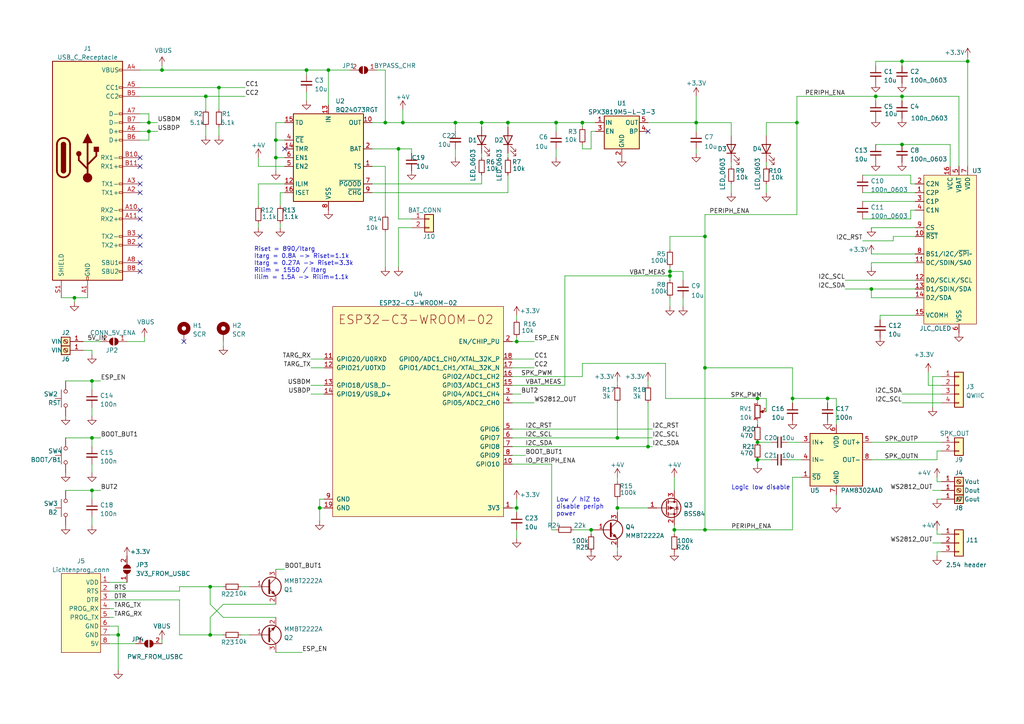
<source format=kicad_sch>
(kicad_sch (version 20231120) (generator "eeschema") (generator_version "8.0")
  (paper "A4")
  (junction (at 194.31 80.01))
  (junction (at 111.76 35.56))
  (junction (at 254 27.94))
  (junction (at 171.45 153.67))
  (junction (at 149.86 99.06))
  (junction (at 194.31 78.74))
  (junction (at 219.71 133.35))
  (junction (at 60.96 170.18))
  (junction (at 201.93 35.56))
  (junction (at 219.71 128.27))
  (junction (at 231.14 35.56))
  (junction (at 43.18 38.1))
  (junction (at 240.03 115.57))
  (junction (at 95.25 20.32))
  (junction (at 179.07 127))
  (junction (at 261.62 41.91))
  (junction (at 161.29 35.56))
  (junction (at 26.67 127))
  (junction (at 115.57 43.18))
  (junction (at 168.91 35.56))
  (junction (at 21.59 86.36))
  (junction (at 252.73 83.82))
  (junction (at 261.62 27.94))
  (junction (at 43.18 35.56))
  (junction (at 204.47 68.58))
  (junction (at 80.01 45.72))
  (junction (at 219.71 115.57))
  (junction (at 139.7 35.56))
  (junction (at 195.58 153.67))
  (junction (at 132.08 35.56))
  (junction (at 204.47 153.67))
  (junction (at 63.5 25.4))
  (junction (at 280.67 17.78))
  (junction (at 116.84 35.56))
  (junction (at 187.96 129.54))
  (junction (at 26.67 110.49))
  (junction (at 59.69 27.94))
  (junction (at 204.47 106.68))
  (junction (at 261.62 17.78))
  (junction (at 46.99 20.32))
  (junction (at 149.86 147.32))
  (junction (at 92.71 147.32))
  (junction (at 26.67 142.24))
  (junction (at 34.29 184.15))
  (junction (at 88.9 20.32))
  (junction (at 80.01 40.64))
  (junction (at 60.96 184.15))
  (junction (at 179.07 147.32))
  (junction (at 229.87 115.57))
  (junction (at 147.32 35.56))
  (no_connect (at 40.64 48.26))
  (no_connect (at 187.96 38.1))
  (no_connect (at 40.64 53.34))
  (no_connect (at 40.64 63.5))
  (no_connect (at 40.64 60.96))
  (no_connect (at 40.64 68.58))
  (no_connect (at 40.64 45.72))
  (no_connect (at 40.64 55.88))
  (no_connect (at 40.64 71.12))
  (no_connect (at 40.64 76.2))
  (no_connect (at 82.55 43.18))
  (no_connect (at 53.34 99.06))
  (no_connect (at 40.64 78.74))
  (wire (pts (xy 187.96 129.54) (xy 189.23 129.54)))
  (wire (pts (xy 265.43 53.34) (xy 264.16 53.34)))
  (wire (pts (xy 149.86 99.06) (xy 154.94 99.06)))
  (wire (pts (xy 148.59 129.54) (xy 187.96 129.54)))
  (wire (pts (xy 264.16 60.96) (xy 264.16 63.5)))
  (wire (pts (xy 219.71 121.92) (xy 219.71 123.19)))
  (wire (pts (xy 219.71 134.62) (xy 219.71 133.35)))
  (wire (pts (xy 92.71 147.32) (xy 92.71 144.78)))
  (wire (pts (xy 31.75 186.69) (xy 39.37 186.69)))
  (wire (pts (xy 252.73 76.2) (xy 252.73 77.47)))
  (wire (pts (xy 161.29 38.1) (xy 161.29 35.56)))
  (wire (pts (xy 168.91 109.22) (xy 168.91 105.41)))
  (wire (pts (xy 64.77 100.33) (xy 64.77 99.06)))
  (wire (pts (xy 148.59 111.76) (xy 163.83 111.76)))
  (wire (pts (xy 119.38 44.45) (xy 119.38 43.18)))
  (wire (pts (xy 69.85 184.15) (xy 72.39 184.15)))
  (wire (pts (xy 280.67 17.78) (xy 280.67 48.26)))
  (wire (pts (xy 109.22 20.32) (xy 111.76 20.32)))
  (wire (pts (xy 242.57 143.51) (xy 242.57 146.05)))
  (wire (pts (xy 148.59 114.3) (xy 151.13 114.3)))
  (wire (pts (xy 116.84 35.56) (xy 132.08 35.56)))
  (wire (pts (xy 111.76 67.31) (xy 111.76 77.47)))
  (wire (pts (xy 60.96 170.18) (xy 52.07 170.18)))
  (wire (pts (xy 219.71 133.35) (xy 223.52 133.35)))
  (wire (pts (xy 179.07 127) (xy 189.23 127)))
  (wire (pts (xy 132.08 45.72) (xy 132.08 43.18)))
  (wire (pts (xy 147.32 35.56) (xy 161.29 35.56)))
  (wire (pts (xy 26.67 149.86) (xy 26.67 152.4)))
  (wire (pts (xy 148.59 127) (xy 179.07 127)))
  (wire (pts (xy 194.31 86.36) (xy 194.31 88.9)))
  (wire (pts (xy 194.31 78.74) (xy 194.31 80.01)))
  (wire (pts (xy 160.02 134.62) (xy 160.02 153.67)))
  (wire (pts (xy 261.62 17.78) (xy 280.67 17.78)))
  (wire (pts (xy 33.02 176.53) (xy 31.75 176.53)))
  (wire (pts (xy 229.87 138.43) (xy 232.41 138.43)))
  (wire (pts (xy 82.55 40.64) (xy 80.01 40.64)))
  (wire (pts (xy 90.17 111.76) (xy 93.98 111.76)))
  (wire (pts (xy 242.57 115.57) (xy 240.03 115.57)))
  (wire (pts (xy 261.62 27.94) (xy 261.62 29.21)))
  (wire (pts (xy 52.07 170.18) (xy 52.07 171.45)))
  (wire (pts (xy 69.85 170.18) (xy 72.39 170.18)))
  (wire (pts (xy 179.07 147.32) (xy 179.07 148.59)))
  (wire (pts (xy 204.47 62.23) (xy 231.14 62.23)))
  (wire (pts (xy 219.71 115.57) (xy 222.25 115.57)))
  (wire (pts (xy 139.7 50.8) (xy 139.7 53.34)))
  (wire (pts (xy 19.05 110.49) (xy 26.67 110.49)))
  (wire (pts (xy 63.5 25.4) (xy 63.5 31.75)))
  (wire (pts (xy 88.9 21.59) (xy 88.9 20.32)))
  (wire (pts (xy 154.94 116.84) (xy 148.59 116.84)))
  (wire (pts (xy 201.93 35.56) (xy 201.93 27.94)))
  (wire (pts (xy 148.59 99.06) (xy 149.86 99.06)))
  (wire (pts (xy 46.99 19.05) (xy 46.99 20.32)))
  (wire (pts (xy 179.07 158.75) (xy 179.07 160.02)))
  (wire (pts (xy 111.76 35.56) (xy 116.84 35.56)))
  (wire (pts (xy 179.07 138.43) (xy 179.07 139.7)))
  (wire (pts (xy 166.37 153.67) (xy 171.45 153.67)))
  (wire (pts (xy 24.13 99.06) (xy 29.21 99.06)))
  (wire (pts (xy 26.67 127) (xy 29.21 127)))
  (wire (pts (xy 195.58 142.24) (xy 195.58 138.43)))
  (wire (pts (xy 40.64 38.1) (xy 43.18 38.1)))
  (wire (pts (xy 132.08 35.56) (xy 139.7 35.56)))
  (wire (pts (xy 270.51 157.48) (xy 273.05 157.48)))
  (wire (pts (xy 80.01 35.56) (xy 80.01 40.64)))
  (wire (pts (xy 193.04 115.57) (xy 219.71 115.57)))
  (wire (pts (xy 17.78 86.36) (xy 21.59 86.36)))
  (wire (pts (xy 261.62 114.3) (xy 273.05 114.3)))
  (wire (pts (xy 82.55 48.26) (xy 74.93 48.26)))
  (wire (pts (xy 275.59 48.26) (xy 275.59 41.91)))
  (wire (pts (xy 195.58 152.4) (xy 195.58 153.67)))
  (wire (pts (xy 252.73 66.04) (xy 265.43 66.04)))
  (wire (pts (xy 148.59 104.14) (xy 154.94 104.14)))
  (wire (pts (xy 240.03 115.57) (xy 229.87 115.57)))
  (wire (pts (xy 88.9 20.32) (xy 95.25 20.32)))
  (wire (pts (xy 259.08 69.85) (xy 259.08 68.58)))
  (wire (pts (xy 59.69 36.83) (xy 59.69 39.37)))
  (wire (pts (xy 229.87 106.68) (xy 204.47 106.68)))
  (wire (pts (xy 265.43 60.96) (xy 264.16 60.96)))
  (wire (pts (xy 82.55 55.88) (xy 81.28 55.88)))
  (wire (pts (xy 204.47 68.58) (xy 204.47 106.68)))
  (wire (pts (xy 92.71 144.78) (xy 93.98 144.78)))
  (wire (pts (xy 179.07 147.32) (xy 187.96 147.32)))
  (wire (pts (xy 26.67 101.6) (xy 26.67 102.87)))
  (wire (pts (xy 64.77 175.26) (xy 80.01 175.26)))
  (wire (pts (xy 198.12 81.28) (xy 198.12 78.74)))
  (wire (pts (xy 212.09 39.37) (xy 212.09 35.56)))
  (wire (pts (xy 119.38 66.04) (xy 115.57 66.04)))
  (wire (pts (xy 212.09 48.26) (xy 212.09 46.99)))
  (wire (pts (xy 273.05 111.76) (xy 269.24 111.76)))
  (wire (pts (xy 228.6 128.27) (xy 232.41 128.27)))
  (wire (pts (xy 26.67 110.49) (xy 29.21 110.49)))
  (wire (pts (xy 212.09 55.88) (xy 212.09 53.34)))
  (wire (pts (xy 254 27.94) (xy 261.62 27.94)))
  (wire (pts (xy 95.25 20.32) (xy 101.6 20.32)))
  (wire (pts (xy 168.91 35.56) (xy 168.91 36.83)))
  (wire (pts (xy 264.16 63.5) (xy 250.19 63.5)))
  (wire (pts (xy 107.95 48.26) (xy 111.76 48.26)))
  (wire (pts (xy 33.02 179.07) (xy 31.75 179.07)))
  (wire (pts (xy 31.75 171.45) (xy 52.07 171.45)))
  (wire (pts (xy 52.07 173.99) (xy 52.07 184.15)))
  (wire (pts (xy 229.87 115.57) (xy 229.87 116.84)))
  (wire (pts (xy 261.62 17.78) (xy 254 17.78)))
  (wire (pts (xy 201.93 35.56) (xy 201.93 38.1)))
  (wire (pts (xy 179.07 110.49) (xy 179.07 111.76)))
  (wire (pts (xy 163.83 80.01) (xy 163.83 111.76)))
  (wire (pts (xy 43.18 33.02) (xy 43.18 35.56)))
  (wire (pts (xy 92.71 151.13) (xy 92.71 147.32)))
  (wire (pts (xy 88.9 29.21) (xy 88.9 26.67)))
  (wire (pts (xy 24.13 101.6) (xy 26.67 101.6)))
  (wire (pts (xy 254 27.94) (xy 254 29.21)))
  (wire (pts (xy 148.59 109.22) (xy 168.91 109.22)))
  (wire (pts (xy 26.67 127) (xy 26.67 129.54)))
  (wire (pts (xy 88.9 20.32) (xy 46.99 20.32)))
  (wire (pts (xy 64.77 184.15) (xy 60.96 184.15)))
  (wire (pts (xy 250.19 69.85) (xy 259.08 69.85)))
  (wire (pts (xy 59.69 27.94) (xy 71.12 27.94)))
  (wire (pts (xy 95.25 20.32) (xy 95.25 30.48)))
  (wire (pts (xy 111.76 20.32) (xy 111.76 35.56)))
  (wire (pts (xy 271.78 133.35) (xy 271.78 130.81)))
  (wire (pts (xy 194.31 77.47) (xy 194.31 78.74)))
  (wire (pts (xy 40.64 33.02) (xy 43.18 33.02)))
  (wire (pts (xy 116.84 31.75) (xy 116.84 35.56)))
  (wire (pts (xy 80.01 45.72) (xy 80.01 49.53)))
  (wire (pts (xy 171.45 43.18) (xy 168.91 43.18)))
  (wire (pts (xy 59.69 27.94) (xy 59.69 31.75)))
  (wire (pts (xy 90.17 104.14) (xy 93.98 104.14)))
  (wire (pts (xy 36.83 99.06) (xy 41.91 99.06)))
  (wire (pts (xy 148.59 124.46) (xy 189.23 124.46)))
  (wire (pts (xy 81.28 55.88) (xy 81.28 59.69)))
  (wire (pts (xy 74.93 53.34) (xy 74.93 59.69)))
  (wire (pts (xy 21.59 86.36) (xy 25.4 86.36)))
  (wire (pts (xy 80.01 40.64) (xy 80.01 45.72)))
  (wire (pts (xy 194.31 80.01) (xy 194.31 81.28)))
  (wire (pts (xy 149.86 144.78) (xy 149.86 147.32)))
  (wire (pts (xy 265.43 86.36) (xy 252.73 86.36)))
  (wire (pts (xy 278.13 27.94) (xy 278.13 48.26)))
  (wire (pts (xy 148.59 132.08) (xy 152.4 132.08)))
  (wire (pts (xy 107.95 43.18) (xy 115.57 43.18)))
  (wire (pts (xy 90.17 106.68) (xy 93.98 106.68)))
  (wire (pts (xy 168.91 35.56) (xy 172.72 35.56)))
  (wire (pts (xy 273.05 139.7) (xy 271.78 139.7)))
  (wire (pts (xy 26.67 142.24) (xy 26.67 144.78)))
  (wire (pts (xy 40.64 27.94) (xy 59.69 27.94)))
  (wire (pts (xy 187.96 35.56) (xy 201.93 35.56)))
  (wire (pts (xy 269.24 111.76) (xy 269.24 107.95)))
  (wire (pts (xy 60.96 179.07) (xy 64.77 175.26)))
  (wire (pts (xy 34.29 184.15) (xy 34.29 194.31)))
  (wire (pts (xy 160.02 153.67) (xy 161.29 153.67)))
  (wire (pts (xy 254 17.78) (xy 254 19.05)))
  (wire (pts (xy 195.58 153.67) (xy 204.47 153.67)))
  (wire (pts (xy 46.99 186.69) (xy 46.99 185.42)))
  (wire (pts (xy 273.05 154.94) (xy 271.78 154.94)))
  (wire (pts (xy 80.01 165.1) (xy 82.55 165.1)))
  (wire (pts (xy 252.73 73.66) (xy 265.43 73.66)))
  (wire (pts (xy 26.67 134.62) (xy 26.67 137.16)))
  (wire (pts (xy 250.19 55.88) (xy 265.43 55.88)))
  (wire (pts (xy 43.18 38.1) (xy 45.72 38.1)))
  (wire (pts (xy 31.75 168.91) (xy 36.83 168.91)))
  (wire (pts (xy 60.96 175.26) (xy 60.96 170.18)))
  (wire (pts (xy 222.25 48.26) (xy 222.25 46.99)))
  (wire (pts (xy 261.62 27.94) (xy 278.13 27.94)))
  (wire (pts (xy 261.62 17.78) (xy 261.62 19.05)))
  (wire (pts (xy 204.47 62.23) (xy 204.47 68.58)))
  (wire (pts (xy 271.78 153.67) (xy 271.78 154.94)))
  (wire (pts (xy 74.93 48.26) (xy 74.93 45.72)))
  (wire (pts (xy 222.25 35.56) (xy 231.14 35.56)))
  (wire (pts (xy 201.93 35.56) (xy 212.09 35.56)))
  (wire (pts (xy 149.86 97.79) (xy 149.86 99.06)))
  (wire (pts (xy 171.45 38.1) (xy 171.45 43.18)))
  (wire (pts (xy 74.93 64.77) (xy 74.93 66.04)))
  (wire (pts (xy 222.25 35.56) (xy 222.25 39.37)))
  (wire (pts (xy 21.59 86.36) (xy 21.59 87.63)))
  (wire (pts (xy 261.62 41.91) (xy 254 41.91)))
  (wire (pts (xy 60.96 179.07) (xy 60.96 184.15)))
  (wire (pts (xy 264.16 50.8) (xy 250.19 50.8)))
  (wire (pts (xy 161.29 35.56) (xy 168.91 35.56)))
  (wire (pts (xy 132.08 38.1) (xy 132.08 35.56)))
  (wire (pts (xy 40.64 40.64) (xy 43.18 40.64)))
  (wire (pts (xy 231.14 27.94) (xy 254 27.94)))
  (wire (pts (xy 231.14 35.56) (xy 231.14 62.23)))
  (wire (pts (xy 43.18 35.56) (xy 45.72 35.56)))
  (wire (pts (xy 242.57 115.57) (xy 242.57 123.19)))
  (wire (pts (xy 148.59 147.32) (xy 149.86 147.32)))
  (wire (pts (xy 149.86 147.32) (xy 149.86 148.59)))
  (wire (pts (xy 64.77 179.07) (xy 60.96 175.26)))
  (wire (pts (xy 107.95 55.88) (xy 147.32 55.88)))
  (wire (pts (xy 168.91 41.91) (xy 168.91 43.18)))
  (wire (pts (xy 34.29 181.61) (xy 34.29 184.15)))
  (wire (pts (xy 273.05 144.78) (xy 271.78 144.78)))
  (wire (pts (xy 26.67 110.49) (xy 26.67 113.03)))
  (wire (pts (xy 148.59 134.62) (xy 160.02 134.62)))
  (wire (pts (xy 26.67 118.11) (xy 26.67 120.65)))
  (wire (pts (xy 163.83 80.01) (xy 194.31 80.01)))
  (wire (pts (xy 252.73 128.27) (xy 273.05 128.27)))
  (wire (pts (xy 198.12 88.9) (xy 198.12 86.36)))
  (wire (pts (xy 43.18 40.64) (xy 43.18 38.1)))
  (wire (pts (xy 82.55 35.56) (xy 80.01 35.56)))
  (wire (pts (xy 201.93 43.18) (xy 201.93 44.45)))
  (wire (pts (xy 80.01 189.23) (xy 87.63 189.23)))
  (wire (pts (xy 31.75 173.99) (xy 52.07 173.99)))
  (wire (pts (xy 90.17 114.3) (xy 93.98 114.3)))
  (wire (pts (xy 271.78 138.43) (xy 271.78 139.7)))
  (wire (pts (xy 261.62 41.91) (xy 275.59 41.91)))
  (wire (pts (xy 40.64 35.56) (xy 43.18 35.56)))
  (wire (pts (xy 168.91 105.41) (xy 193.04 105.41)))
  (wire (pts (xy 228.6 133.35) (xy 232.41 133.35)))
  (wire (pts (xy 82.55 45.72) (xy 80.01 45.72)))
  (wire (pts (xy 149.86 153.67) (xy 149.86 156.21)))
  (wire (pts (xy 187.96 116.84) (xy 187.96 129.54)))
  (wire (pts (xy 273.05 160.02) (xy 271.78 160.02)))
  (wire (pts (xy 115.57 43.18) (xy 115.57 63.5)))
  (wire (pts (xy 280.67 16.51) (xy 280.67 17.78)))
  (wire (pts (xy 40.64 20.32) (xy 46.99 20.32)))
  (wire (pts (xy 179.07 144.78) (xy 179.07 147.32)))
  (wire (pts (xy 92.71 147.32) (xy 93.98 147.32)))
  (wire (pts (xy 250.19 58.42) (xy 265.43 58.42)))
  (wire (pts (xy 179.07 116.84) (xy 179.07 127)))
  (wire (pts (xy 270.51 118.11) (xy 270.51 109.22)))
  (wire (pts (xy 245.11 81.28) (xy 265.43 81.28)))
  (wire (pts (xy 252.73 83.82) (xy 252.73 86.36)))
  (wire (pts (xy 204.47 153.67) (xy 229.87 153.67)))
  (wire (pts (xy 119.38 43.18) (xy 115.57 43.18)))
  (wire (pts (xy 147.32 50.8) (xy 147.32 55.88)))
  (wire (pts (xy 149.86 91.44) (xy 149.86 92.71)))
  (wire (pts (xy 31.75 181.61) (xy 34.29 181.61)))
  (wire (pts (xy 172.72 38.1) (xy 171.45 38.1)))
  (wire (pts (xy 52.07 184.15) (xy 60.96 184.15)))
  (wire (pts (xy 252.73 133.35) (xy 271.78 133.35)))
  (wire (pts (xy 82.55 53.34) (xy 74.93 53.34)))
  (wire (pts (xy 107.95 53.34) (xy 139.7 53.34)))
  (wire (pts (xy 195.58 153.67) (xy 195.58 154.94)))
  (wire (pts (xy 261.62 116.84) (xy 273.05 116.84)))
  (wire (pts (xy 80.01 179.07) (xy 64.77 179.07)))
  (wire (pts (xy 204.47 68.58) (xy 194.31 68.58)))
  (wire (pts (xy 19.05 142.24) (xy 26.67 142.24)))
  (wire (pts (xy 148.59 106.68) (xy 154.94 106.68)))
  (wire (pts (xy 111.76 48.26) (xy 111.76 62.23)))
  (wire (pts (xy 60.96 170.18) (xy 64.77 170.18)))
  (wire (pts (xy 26.67 142.24) (xy 29.21 142.24)))
  (wire (pts (xy 219.71 128.27) (xy 223.52 128.27)))
  (wire (pts (xy 147.32 35.56) (xy 139.7 35.56)))
  (wire (pts (xy 63.5 25.4) (xy 71.12 25.4)))
  (wire (pts (xy 139.7 45.72) (xy 139.7 44.45)))
  (wire (pts (xy 115.57 66.04) (xy 115.57 77.47)))
  (wire (pts (xy 245.11 83.82) (xy 252.73 83.82)))
  (wire (pts (xy 107.95 35.56) (xy 111.76 35.56)))
  (wire (pts (xy 63.5 36.83) (xy 63.5 39.37)))
  (wire (pts (xy 240.03 115.57) (xy 240.03 116.84)))
  (wire (pts (xy 229.87 138.43) (xy 229.87 153.67)))
  (wire (pts (xy 231.14 27.94) (xy 231.14 35.56)))
  (wire (pts (xy 264.16 53.34) (xy 264.16 50.8)))
  (wire (pts (xy 171.45 153.67) (xy 171.45 154.94)))
  (wire (pts (xy 271.78 130.81) (xy 273.05 130.81)))
  (wire (pts (xy 119.38 63.5) (xy 115.57 63.5)))
  (wire (pts (xy 265.43 76.2) (xy 252.73 76.2)))
  (wire (pts (xy 193.04 105.41) (xy 193.04 115.57)))
  (wire (pts (xy 41.91 99.06) (xy 41.91 97.79)))
  (wire (pts (xy 222.25 115.57) (xy 222.25 119.38)))
  (wire (pts (xy 161.29 45.72) (xy 161.29 43.18)))
  (wire (pts (xy 255.27 91.44) (xy 265.43 91.44)))
  (wire (pts (xy 252.73 83.82) (xy 265.43 83.82)))
  (wire (pts (xy 255.27 91.44) (xy 255.27 92.71)))
  (wire (pts (xy 222.25 55.88) (xy 222.25 53.34)))
  (wire (pts (xy 63.5 25.4) (xy 40.64 25.4)))
  (wire (pts (xy 139.7 35.56) (xy 139.7 36.83)))
  (wire (pts (xy 219.71 115.57) (xy 219.71 116.84)))
  (wire (pts (xy 194.31 68.58) (xy 194.31 72.39)))
  (wire (pts (xy 81.28 64.77) (xy 81.28 66.04)))
  (wire (pts (xy 270.51 109.22) (xy 273.05 109.22)))
  (wire (pts (xy 147.32 45.72) (xy 147.32 44.45)))
  (wire (pts (xy 229.87 115.57) (xy 229.87 106.68)))
  (wire (pts (xy 34.29 184.15) (xy 31.75 184.15)))
  (wire (pts (xy 187.96 110.49) (xy 187.96 111.76)))
  (wire (pts (xy 270.51 142.24) (xy 273.05 142.24)))
  (wire (pts (xy 147.32 35.56) (xy 147.32 36.83)))
  (wire (pts (xy 204.47 106.68) (xy 204.47 153.67)))
  (wire (pts (xy 19.05 127) (xy 26.67 127)))
  (wire (pts (xy 271.78 160.02) (xy 271.78 161.29)))
  (wire (pts (xy 259.08 68.58) (xy 265.43 68.58)))
  (wire (pts (xy 198.12 78.74) (xy 194.31 78.74)))
  (text "Logic low disable" (at 212.09 142.24 0) (effects (font (size 1.27 1.27)) (justify left bottom)))
  (text "Riset = 890/Itarg\nItarg = 0.8A -> Riset=1.1k\nItarg = 0.27A -> Riset=3.3k\nRilim = 1550 / Itarg\nIilim = 1.5A -> Rilim=1.1k" (at 73.66 81.28 0) (effects (font (size 1.27 1.27)) (justify left bottom)))
  (text "Low / hiZ to\ndisable periph\npower" (at 161.29 149.86 0) (effects (font (size 1.27 1.27)) (justify left bottom)))
  (label "CC1" (at 71.12 25.4 0))
  (label "WS2812_OUT" (at 270.51 142.24 180))
  (label "I2C_SDA" (at 261.62 114.3 180))
  (label "BUT2" (at 29.21 142.24 0))
  (label "PERIPH_ENA" (at 245.11 27.94 180))
  (label "I2C_SCL" (at 261.62 116.84 180))
  (label "PERIPH_ENA" (at 212.09 153.67 0))
  (label "USBDM" (at 45.72 35.56 0))
  (label "WS2812_OUT" (at 154.94 116.84 0))
  (label "TARG_RX" (at 90.17 104.14 180))
  (label "I2C_SDA" (at 245.11 83.82 180))
  (label "VBAT_MEAS" (at 152.4 111.76 0))
  (label "TARG_TX" (at 90.17 106.68 180))
  (label "I2C_SCL" (at 245.11 81.28 180))
  (label "I2C_RST" (at 152.4 124.46 0))
  (label "USBDM" (at 90.17 111.76 180))
  (label "DTR" (at 33.02 173.99 0))
  (label "VBAT_MEAS" (at 193.04 80.01 180))
  (label "SPK_PWM" (at 151.13 109.22 0))
  (label "I2C_SDA" (at 152.4 129.54 0))
  (label "BOOT_BUT1" (at 152.4 132.08 0))
  (label "BOOT_BUT1" (at 29.21 127 0))
  (label "I2C_SDA" (at 189.23 129.54 0))
  (label "ESP_EN" (at 87.63 189.23 0))
  (label "5V_IN" (at 25.3449 99.06 0))
  (label "I2C_RST" (at 189.23 124.46 0))
  (label "I2C_SCL" (at 152.4 127 0))
  (label "CC1" (at 154.94 104.14 0))
  (label "I2C_SCL" (at 189.23 127 0))
  (label "SPK_PWM" (at 220.98 115.57 180))
  (label "CC2" (at 154.94 106.68 0))
  (label "IO_PERIPH_ENA" (at 152.4 134.62 0))
  (label "CC2" (at 71.12 27.94 0))
  (label "PERIPH_ENA" (at 205.74 62.23 0))
  (label "ESP_EN" (at 154.94 99.06 0))
  (label "TARG_RX" (at 33.02 179.07 0))
  (label "SPK_OUTN" (at 256.54 133.35 0))
  (label "ESP_EN" (at 29.21 110.49 0))
  (label "TARG_TX" (at 33.02 176.53 0))
  (label "RTS" (at 33.02 171.45 0))
  (label "I2C_RST" (at 250.19 69.85 180))
  (label "WS2812_OUT" (at 270.51 157.48 180))
  (label "BUT2" (at 151.13 114.3 0))
  (label "USBDP" (at 90.17 114.3 180))
  (label "BOOT_BUT1" (at 82.55 165.1 0))
  (label "SPK_OUTP" (at 256.54 128.27 0))
  (label "USBDP" (at 45.72 38.1 0))
  (symbol (lib_id "Device:LED") (at 212.09 43.18 90) (unit 1)
    (property "Reference" "D3" (at 210.82 43.18 90) (effects (justify left)))
    (property "Value" "LED_0603" (at 209.55 45.72 0) (effects (justify right)))
    (property "Footprint" "LED_SMD:LED_0603_1608Metric_Pad1.05x0.95mm_HandSolder" (effects (hide yes)))
  )
  (symbol (lib_id "power:VBUS") (at 46.99 19.05 0) (unit 1)
    (property "Reference" "#PWR0112" (effects (hide yes)))
    (property "Value" "VBUS" (at 47.371 14.6558 0))
  )
  (symbol (lib_id "Battery_Management:BQ24073RGT") (at 95.25 45.72 0) (unit 1)
    (property "Reference" "U2" (at 97.2694 29.3202 0) (effects (justify left)))
    (property "Value" "BQ24073RGT" (at 97.2694 31.8571 0) (effects (justify left)))
    (property "Footprint" "Package_DFN_QFN:VQFN-16-1EP_3x3mm_P0.5mm_EP1.6x1.6mm_ThermalVias" (effects (hide yes)))
    (property "Datasheet" "http://www.ti.com/lit/ds/symlink/bq24073.pdf" (effects (hide yes)))
  )
  (symbol (lib_id "power:+3.3V") (at 187.96 110.49 0) (mirror y) (unit 1)
    (property "Reference" "#PWR0138" (effects (hide yes)))
    (property "Value" "+3.3V" (at 184.15 109.22 0))
  )
  (symbol (lib_id "power:GND") (at 26.67 137.16 0) (unit 1)
    (property "Reference" "#PWR0114" (effects (hide yes)))
    (property "Value" "GND" (effects (hide yes)))
  )
  (symbol (lib_id "power:+3.3V") (at 36.83 161.29 0) (unit 1)
    (property "Reference" "#PWR0120" (effects (hide yes)))
    (property "Value" "+3.3V" (at 40.64 160.02 0))
  )
  (symbol (lib_id "power:GND") (at 149.86 156.21 0) (mirror y) (unit 1)
    (property "Reference" "#PWR0128" (effects (hide yes)))
    (property "Value" "GND" (effects (hide yes)))
  )
  (symbol (lib_id "power:GND") (at 92.71 151.13 0) (unit 1)
    (property "Reference" "#PWR0104" (effects (hide yes)))
    (property "Value" "GND" (effects (hide yes)))
  )
  (symbol (lib_id "Device:C_Small") (at 250.19 53.34 180) (unit 1)
    (property "Reference" "C10" (at 252.5141 52.4989 0) (effects (justify right)))
    (property "Value" "100n_0603" (at 252.5141 55.0358 0) (effects (justify right)))
    (property "Footprint" "Capacitor_SMD:C_0603_1608Metric_Pad1.08x0.95mm_HandSolder" (effects (hide yes)))
  )
  (symbol (lib_id "Device:R_Small") (at 222.25 50.8 0) (mirror x) (unit 1)
    (property "Reference" "R10" (at 224.79 49.53 0))
    (property "Value" "10k" (at 225.425 51.435 0))
    (property "Footprint" "Resistor_SMD:R_0402_1005Metric" (effects (hide yes)))
    (property "LCSC" "C25117" (effects (hide yes)))
  )
  (symbol (lib_id "Device:C_Small") (at 26.67 147.32 0) (unit 1)
    (property "Reference" "C18" (at 28.9941 146.4916 0) (effects (justify left)))
    (property "Value" "100n" (at 28.9941 149.0285 0) (effects (justify left)))
    (property "Footprint" "Capacitor_SMD:C_0402_1005Metric" (effects (hide yes)))
  )
  (symbol (lib_id "power:GND") (at 242.57 146.05 0) (unit 1)
    (property "Reference" "#PWR0144" (effects (hide yes)))
    (property "Value" "GND" (effects (hide yes)))
  )
  (symbol (lib_id "power:GND") (at 88.9 29.21 0) (unit 1)
    (property "Reference" "#PWR0109" (effects (hide yes)))
    (property "Value" "GND" (effects (hide yes)))
  )
  (symbol (lib_id "power:GND") (at 195.58 160.02 0) (mirror y) (unit 1)
    (property "Reference" "#PWR0162" (effects (hide yes)))
    (property "Value" "GND" (effects (hide yes)))
  )
  (symbol (lib_id "Device:C_Small") (at 132.08 40.64 0) (mirror y) (unit 1)
    (property "Reference" "C22" (at 132.08 39.37 0) (effects (justify left)))
    (property "Value" "10u" (at 130.81 41.91 0) (effects (justify left)))
    (property "Footprint" "Capacitor_SMD:C_0402_1005Metric" (effects (hide yes)))
    (property "LCSC" "C19702" (effects (hide yes)))
  )
  (symbol (lib_id "power:GND") (at 212.09 55.88 0) (unit 1)
    (property "Reference" "#PWR0135" (effects (hide yes)))
    (property "Value" "GND" (effects (hide yes)))
  )
  (symbol (lib_id "Device:C_Small") (at 250.19 60.96 180) (unit 1)
    (property "Reference" "C11" (at 252.5141 60.1189 0) (effects (justify right)))
    (property "Value" "100n_0603" (at 252.5141 62.6558 0) (effects (justify right)))
    (property "Footprint" "Capacitor_SMD:C_0603_1608Metric_Pad1.08x0.95mm_HandSolder" (effects (hide yes)))
  )
  (symbol (lib_id "Device:Q_NPN_BEC") (at 176.53 153.67 0) (unit 1)
    (property "Reference" "Q4" (at 181.3814 152.8353 0) (effects (justify left)))
    (property "Value" "MMBT2222A" (at 181.3814 155.3722 0) (effects (justify left)))
    (property "Footprint" "Package_TO_SOT_SMD:SOT-23" (effects (hide yes)))
  )
  (symbol (lib_id "Device:R_Small") (at 219.71 130.81 180) (unit 1)
    (property "Reference" "R21" (at 217.17 129.54 0))
    (property "Value" "470" (at 216.535 131.445 0))
    (property "Footprint" "Resistor_SMD:R_0402_1005Metric" (effects (hide yes)))
    (property "LCSC" "C25117" (effects (hide yes)))
  )
  (symbol (lib_id "Device:C_Small") (at 119.38 46.99 0) (unit 1)
    (property "Reference" "C19" (at 119.38 45.72 0) (effects (justify left)))
    (property "Value" "10u" (at 120.65 48.26 0) (effects (justify left)))
    (property "Footprint" "Capacitor_SMD:C_0402_1005Metric" (effects (hide yes)))
    (property "LCSC" "C19702" (effects (hide yes)))
  )
  (symbol (lib_id "Device:R_Small") (at 67.31 170.18 90) (mirror x) (unit 1)
    (property "Reference" "R22" (at 66.04 172.3431 90))
    (property "Value" "10k" (at 69.85 172.108 90))
    (property "Footprint" "Resistor_SMD:R_0402_1005Metric" (effects (hide yes)))
    (property "LCSC" "C25117" (effects (hide yes)))
  )
  (symbol (lib_id "Connector_Generic:Conn_01x04") (at 278.13 111.76 0) (unit 1)
    (property "Reference" "J3" (at 280.162 112.1953 0) (effects (justify left)))
    (property "Value" "QWIIC" (at 280.162 114.7322 0) (effects (justify left)))
    (property "Footprint" "Connector_JST:JST_SH_SM04B-SRSS-TB_1x04-1MP_P1.00mm_Horizontal" (effects (hide yes)))
  )
  (symbol (lib_id "Transistor_FET:BSS84") (at 193.04 147.32 0) (unit 1)
    (property "Reference" "Q3" (at 198.247 146.4853 0) (effects (justify left)))
    (property "Value" "BSS84" (at 198.247 149.0222 0) (effects (justify left)))
    (property "Footprint" "Package_TO_SOT_SMD:SOT-23" (effects (hide yes)))
    (property "Datasheet" "http://assets.nexperia.com/documents/data-sheet/BSS84.pdf" (effects (hide yes)))
  )
  (symbol (lib_id "Device:C_Small") (at 149.86 151.13 0) (unit 1)
    (property "Reference" "C23" (at 152.1841 150.3016 0) (effects (justify left)))
    (property "Value" "10u" (at 152.1841 152.8385 0) (effects (justify left)))
    (property "Footprint" "Capacitor_SMD:C_0402_1005Metric" (effects (hide yes)))
  )
  (symbol (lib_id "Device:R_Small") (at 149.86 95.25 0) (mirror x) (unit 1)
    (property "Reference" "R16" (at 153.67 93.98 0))
    (property "Value" "10k" (at 153.035 95.885 0))
    (property "Footprint" "Resistor_SMD:R_0402_1005Metric" (effects (hide yes)))
    (property "LCSC" "C25117" (effects (hide yes)))
  )
  (symbol (lib_id "power:GND") (at 229.87 121.92 0) (unit 1)
    (property "Reference" "#PWR0143" (effects (hide yes)))
    (property "Value" "GND" (effects (hide yes)))
  )
  (symbol (lib_id "power:VBUS") (at 41.91 97.79 0) (unit 1)
    (property "Reference" "#PWR0115" (effects (hide yes)))
    (property "Value" "VBUS" (at 42.291 93.3958 0))
  )
  (symbol (lib_id "Device:R_Small") (at 74.93 62.23 0) (mirror x) (unit 1)
    (property "Reference" "R12" (at 77.47 60.96 0))
    (property "Value" "1.1k" (at 78.105 62.865 0))
    (property "Footprint" "Resistor_SMD:R_0603_1608Metric" (effects (hide yes)))
    (property "LCSC" "C25117" (effects (hide yes)))
  )
  (symbol (lib_id "Device:R_Small") (at 171.45 157.48 0) (mirror y) (unit 1)
    (property "Reference" "R25" (at 168.91 158.75 0))
    (property "Value" "100k" (at 168.275 156.845 0))
    (property "Footprint" "Resistor_SMD:R_0402_1005Metric" (effects (hide yes)))
    (property "LCSC" "C25117" (effects (hide yes)))
  )
  (symbol (lib_id "power:GND") (at 201.93 44.45 0) (unit 1)
    (property "Reference" "#PWR0134" (effects (hide yes)))
    (property "Value" "GND" (effects (hide yes)))
  )
  (symbol (lib_id "Device:R_Small") (at 63.5 34.29 0) (unit 1)
    (property "Reference" "R1" (at 65.6631 33.02 0))
    (property "Value" "5.1k" (at 66.04 35.56 0))
    (property "Footprint" "Resistor_SMD:R_0402_1005Metric" (effects (hide yes)))
    (property "LCSC" "C25117" (effects (hide yes)))
  )
  (symbol (lib_id "power:+3.3V") (at 149.86 144.78 0) (unit 1)
    (property "Reference" "#PWR0129" (effects (hide yes)))
    (property "Value" "+3.3V" (at 153.67 143.51 0))
  )
  (symbol (lib_id "Connector:Screw_Terminal_01x01") (at 19.05 101.6 180) (unit 1)
    (property "Reference" "J6" (at 19.05 104.14 0))
    (property "Value" "VIN" (at 16.51 101.6 0))
    (property "Footprint" "Critbit_lib:DG235-5.0" (effects (hide yes)))
  )
  (symbol (lib_id "power:+4V") (at 74.93 45.72 0) (unit 1)
    (property "Reference" "#PWR0108" (effects (hide yes)))
    (property "Value" "+4V" (at 74.93 42.1442 0))
  )
  (symbol (lib_id "power:GND") (at 222.25 55.88 0) (unit 1)
    (property "Reference" "#PWR0136" (effects (hide yes)))
    (property "Value" "GND" (effects (hide yes)))
  )
  (symbol (lib_id "Regulator_Linear:SPX3819M5-L-3-3") (at 180.34 38.1 0) (unit 1)
    (property "Reference" "U1" (at 180.34 29.9552 0))
    (property "Value" "SPX3819M5-L-3-3" (at 180.34 32.4921 0))
    (property "Footprint" "Package_TO_SOT_SMD:SOT-23-5" (effects (hide yes)))
    (property "Datasheet" "https://www.exar.com/content/document.ashx?id=22106&languageid=1033&type=Datasheet&partnumber=SPX3819&filename=SPX3819.pdf&part=SPX3819" (effects (hide yes)))
  )
  (symbol (lib_id "power:GND") (at 271.78 161.29 0) (unit 1)
    (property "Reference" "#PWR0139" (effects (hide yes)))
    (property "Value" "GND" (effects (hide yes)))
  )
  (symbol (lib_id "Device:C_Small") (at 26.67 132.08 0) (unit 1)
    (property "Reference" "C15" (at 28.9941 131.2516 0) (effects (justify left)))
    (property "Value" "100n" (at 28.9941 133.7885 0) (effects (justify left)))
    (property "Footprint" "Capacitor_SMD:C_0402_1005Metric" (effects (hide yes)))
  )
  (symbol (lib_id "power:GND") (at 80.01 49.53 0) (unit 1)
    (property "Reference" "#PWR0107" (effects (hide yes)))
    (property "Value" "GND" (effects (hide yes)))
  )
  (symbol (lib_id "power:GND") (at 171.45 160.02 0) (mirror y) (unit 1)
    (property "Reference" "#PWR0161" (effects (hide yes)))
    (property "Value" "GND" (effects (hide yes)))
  )
  (symbol (lib_id "Device:C_Small") (at 226.06 133.35 90) (mirror x) (unit 1)
    (property "Reference" "C21" (at 223.52 132.08 90))
    (property "Value" "10u" (at 228.6 132.08 90))
    (property "Footprint" "Capacitor_SMD:C_0402_1005Metric" (effects (hide yes)))
  )
  (symbol (lib_id "power:GND") (at 64.77 100.33 0) (unit 1)
    (property "Reference" "#PWR0167" (effects (hide yes)))
    (property "Value" "GND" (effects (hide yes)))
  )
  (symbol (lib_id "Device:LED") (at 139.7 40.64 90) (unit 1)
    (property "Reference" "D1" (at 138.43 40.64 90) (effects (justify left)))
    (property "Value" "LED_0603" (at 137.16 43.18 0) (effects (justify right)))
    (property "Footprint" "LED_SMD:LED_0603_1608Metric_Pad1.05x0.95mm_HandSolder" (effects (hide yes)))
  )
  (symbol (lib_id "power:GND") (at 261.62 46.99 0) (unit 1)
    (property "Reference" "#PWR0151" (effects (hide yes)))
    (property "Value" "GND" (effects (hide yes)))
  )
  (symbol (lib_id "power:+3.3V") (at 149.86 91.44 0) (unit 1)
    (property "Reference" "#PWR0124" (effects (hide yes)))
    (property "Value" "+3.3V" (at 153.67 90.17 0))
  )
  (symbol (lib_id "Switch:SW_Push") (at 19.05 115.57 90) (unit 1)
    (property "Reference" "SW2" (at 12.7 114.3 90) (effects (justify right)))
    (property "Value" "RST" (at 13.97 116.84 90) (effects (justify right)))
    (property "Footprint" "Button_Switch_SMD:SW_SPST_FSMSM" (effects (hide yes)))
  )
  (symbol (lib_id "Device:C_Small") (at 229.87 119.38 0) (unit 1)
    (property "Reference" "C16" (at 227.5459 118.5516 0) (effects (justify right)))
    (property "Value" "10u" (at 227.5459 121.0885 0) (effects (justify right)))
    (property "Footprint" "Capacitor_SMD:C_0402_1005Metric" (effects (hide yes)))
  )
  (symbol (lib_id "Device:R_Small") (at 179.07 142.24 0) (mirror x) (unit 1)
    (property "Reference" "R15" (at 181.61 140.97 0))
    (property "Value" "100k" (at 182.245 142.875 0))
    (property "Footprint" "Resistor_SMD:R_0402_1005Metric" (effects (hide yes)))
    (property "LCSC" "C25117" (effects (hide yes)))
  )
  (symbol (lib_id "power:GND") (at 254 24.13 0) (unit 1)
    (property "Reference" "#PWR0150" (effects (hide yes)))
    (property "Value" "GND" (effects (hide yes)))
  )
  (symbol (lib_id "Device:R_Small") (at 195.58 157.48 0) (unit 1)
    (property "Reference" "R26" (at 198.12 158.75 0))
    (property "Value" "100k" (at 198.755 156.845 0))
    (property "Footprint" "Resistor_SMD:R_0402_1005Metric" (effects (hide yes)))
    (property "LCSC" "C25117" (effects (hide yes)))
  )
  (symbol (lib_id "Device:C_Small") (at 261.62 21.59 180) (unit 1)
    (property "Reference" "C2" (at 263.9441 20.7489 0) (effects (justify right)))
    (property "Value" "100n_0603" (at 263.9441 23.2858 0) (effects (justify right)))
    (property "Footprint" "Capacitor_SMD:C_0603_1608Metric_Pad1.08x0.95mm_HandSolder" (effects (hide yes)))
  )
  (symbol (lib_id "power:GND") (at 194.31 88.9 0) (mirror y) (unit 1)
    (property "Reference" "#PWR0132" (effects (hide yes)))
    (property "Value" "GND" (effects (hide yes)))
  )
  (symbol (lib_id "power:GND") (at 219.71 134.62 0) (unit 1)
    (property "Reference" "#PWR0145" (effects (hide yes)))
    (property "Value" "GND" (effects (hide yes)))
  )
  (symbol (lib_id "Device:Q_NPN_BEC") (at 77.47 184.15 0) (mirror x) (unit 1)
    (property "Reference" "Q2" (at 82.3214 184.9847 0) (effects (justify left)))
    (property "Value" "MMBT2222A" (at 82.3214 182.4478 0) (effects (justify left)))
    (property "Footprint" "Package_TO_SOT_SMD:SOT-23" (effects (hide yes)))
  )
  (symbol (lib_id "Device:C_Small") (at 254 44.45 0) (mirror x) (unit 1)
    (property "Reference" "C13" (at 251.6759 43.6089 0) (effects (justify right)))
    (property "Value" "10u" (at 251.6759 46.1458 0) (effects (justify right)))
    (property "Footprint" "Capacitor_SMD:C_0402_1005Metric" (effects (hide yes)))
  )
  (symbol (lib_id "Device:LED") (at 222.25 43.18 90) (unit 1)
    (property "Reference" "D4" (at 220.98 43.18 90) (effects (justify left)))
    (property "Value" "LED_0603" (at 219.71 45.72 0) (effects (justify right)))
    (property "Footprint" "LED_SMD:LED_0603_1608Metric_Pad1.05x0.95mm_HandSolder" (effects (hide yes)))
  )
  (symbol (lib_id "power:GND") (at 252.73 77.47 0) (unit 1)
    (property "Reference" "#PWR0158" (effects (hide yes)))
    (property "Value" "GND" (effects (hide yes)))
  )
  (symbol (lib_id "Device:R_Small") (at 67.31 184.15 90) (mirror x) (unit 1)
    (property "Reference" "R23" (at 66.04 186.3131 90))
    (property "Value" "10k" (at 69.85 186.078 90))
    (property "Footprint" "Resistor_SMD:R_0402_1005Metric" (effects (hide yes)))
    (property "LCSC" "C25117" (effects (hide yes)))
  )
  (symbol (lib_id "Device:R_Small") (at 168.91 39.37 0) (mirror y) (unit 1)
    (property "Reference" "R3" (at 167.4114 38.2016 0) (effects (justify left)))
    (property "Value" "10k" (at 167.4114 40.513 0) (effects (justify left)))
    (property "Footprint" "Resistor_SMD:R_0402_1005Metric" (effects (hide yes)))
    (property "LCSC" "C25768" (effects (hide yes)))
  )
  (symbol (lib_id "Device:R_Small") (at 212.09 50.8 0) (mirror x) (unit 1)
    (property "Reference" "R9" (at 214.63 49.53 0))
    (property "Value" "10k" (at 215.265 51.435 0))
    (property "Footprint" "Resistor_SMD:R_0402_1005Metric" (effects (hide yes)))
    (property "LCSC" "C25117" (effects (hide yes)))
  )
  (symbol (lib_id "power:GND") (at 252.73 66.04 0) (unit 1)
    (property "Reference" "#PWR0165" (effects (hide yes)))
    (property "Value" "GND" (effects (hide yes)))
  )
  (symbol (lib_id "power:GND") (at 179.07 160.02 0) (mirror y) (unit 1)
    (property "Reference" "#PWR0148" (effects (hide yes)))
    (property "Value" "GND" (effects (hide yes)))
  )
  (symbol (lib_id "Connector_Generic:Conn_01x02") (at 124.46 63.5 0) (unit 1)
    (property "Reference" "J10" (at 124.46 68.58 0))
    (property "Value" "BAT_CONN" (at 123.19 60.96 0))
    (property "Footprint" "Connector_JST:JST_PH_S2B-PH-K_1x02_P2.00mm_Horizontal" (effects (hide yes)))
  )
  (symbol (lib_id "power:GND") (at 270.51 118.11 0) (unit 1)
    (property "Reference" "#PWR0159" (effects (hide yes)))
    (property "Value" "GND" (effects (hide yes)))
  )
  (symbol (lib_id "power:GND") (at 254 34.29 0) (mirror y) (unit 1)
    (property "Reference" "#PWR0152" (effects (hide yes)))
    (property "Value" "GND" (effects (hide yes)))
  )
  (symbol (lib_id "Device:C_Small") (at 201.93 40.64 0) (unit 1)
    (property "Reference" "C7" (at 204.2541 39.7315 0) (effects (justify left)))
    (property "Value" "10u" (at 204.2541 42.5066 0) (effects (justify left)))
    (property "Footprint" "Capacitor_SMD:C_0402_1005Metric" (effects (hide yes)))
    (property "LCSC" "C19702" (effects (hide yes)))
  )
  (symbol (lib_id "Device:LED") (at 147.32 40.64 90) (unit 1)
    (property "Reference" "D2" (at 146.05 40.64 90) (effects (justify left)))
    (property "Value" "LED_0603" (at 144.78 43.18 0) (effects (justify right)))
    (property "Footprint" "LED_SMD:LED_0603_1608Metric_Pad1.05x0.95mm_HandSolder" (effects (hide yes)))
  )
  (symbol (lib_id "power:GND") (at 59.69 39.37 0) (unit 1)
    (property "Reference" "#PWR0166" (effects (hide yes)))
    (property "Value" "GND" (effects (hide yes)))
  )
  (symbol (lib_id "Jumper:SolderJumper_2_Open") (at 36.83 165.1 270) (mirror x) (unit 1)
    (property "Reference" "JP3" (at 39.37 163.83 90) (effects (justify left)))
    (property "Value" "3V3_FROM_USBC" (at 39.37 166.37 90) (effects (justify left)))
    (property "Footprint" "Jumper:SolderJumper-2_P1.3mm_Open_TrianglePad1.0x1.5mm" (effects (hide yes)))
  )
  (symbol (lib_id "Connector:Screw_Terminal_01x01") (at 19.05 99.06 180) (unit 1)
    (property "Reference" "J2" (at 19.05 96.52 0))
    (property "Value" "VIN" (at 16.51 99.06 0))
    (property "Footprint" "Critbit_lib:DG235-5.0" (effects (hide yes)))
  )
  (symbol (lib_id "Device:R_Potentiometer_Small") (at 219.71 119.38 0) (unit 1)
    (property "Reference" "RV1" (at 218.1861 118.5453 0) (effects (justify right)))
    (property "Value" "10k" (at 218.1861 121.0822 0) (effects (justify right)))
    (property "Footprint" "Potentiometer_SMD:Potentiometer_Bourns_TC33X_Vertical" (effects (hide yes)))
  )
  (symbol (lib_id "power:GND") (at 19.05 137.16 0) (unit 1)
    (property "Reference" "#PWR0113" (effects (hide yes)))
    (property "Value" "GND" (effects (hide yes)))
  )
  (symbol (lib_id "Connector:Screw_Terminal_01x01") (at 278.13 144.78 0) (unit 1)
    (property "Reference" "J8" (at 278.13 147.32 0))
    (property "Value" "Gout" (at 281.94 144.78 0))
    (property "Footprint" "Critbit_lib:DG235-5.0" (effects (hide yes)))
  )
  (symbol (lib_id "power:GND") (at 255.27 97.79 0) (unit 1)
    (property "Reference" "#PWR0155" (effects (hide yes)))
    (property "Value" "GND" (effects (hide yes)))
  )
  (symbol (lib_id "power:GND") (at 19.05 152.4 0) (unit 1)
    (property "Reference" "#PWR0101" (effects (hide yes)))
    (property "Value" "GND" (effects (hide yes)))
  )
  (symbol (lib_id "Device:R_Small") (at 194.31 74.93 180) (unit 1)
    (property "Reference" "R5" (at 191.77 73.66 0))
    (property "Value" "100k" (at 191.135 75.565 0))
    (property "Footprint" "Resistor_SMD:R_0402_1005Metric" (effects (hide yes)))
    (property "LCSC" "C25117" (effects (hide yes)))
  )
  (symbol (lib_id "Device:Q_NPN_BEC") (at 77.47 170.18 0) (unit 1)
    (property "Reference" "Q1" (at 82.3214 171.0147 0) (effects (justify left)))
    (property "Value" "MMBT2222A" (at 82.3214 168.4778 0) (effects (justify left)))
    (property "Footprint" "Package_TO_SOT_SMD:SOT-23" (effects (hide yes)))
  )
  (symbol (lib_id "Switch:SW_Push") (at 19.05 132.08 90) (unit 1)
    (property "Reference" "SW4" (at 13.97 130.81 90) (effects (justify right)))
    (property "Value" "BOOT/B1" (at 8.89 133.35 90) (effects (justify right)))
    (property "Footprint" "Button_Switch_SMD:SW_SPST_TL3342" (effects (hide yes)))
  )
  (symbol (lib_id "Device:C_Small") (at 198.12 83.82 0) (unit 1)
    (property "Reference" "C9" (at 200.4441 82.9115 0) (effects (justify left)))
    (property "Value" "10u" (at 200.4441 85.6866 0) (effects (justify left)))
    (property "Footprint" "Capacitor_SMD:C_0402_1005Metric" (effects (hide yes)))
    (property "LCSC" "C19702" (effects (hide yes)))
  )
  (symbol (lib_id "power:GND") (at 81.28 66.04 0) (unit 1)
    (property "Reference" "#PWR0105" (effects (hide yes)))
    (property "Value" "GND" (effects (hide yes)))
  )
  (symbol (lib_id "power:GND") (at 261.62 24.13 0) (unit 1)
    (property "Reference" "#PWR0153" (effects (hide yes)))
    (property "Value" "GND" (effects (hide yes)))
  )
  (symbol (lib_id "Connector:USB_C_Receptacle") (at 25.4 45.72 0) (unit 1)
    (property "Reference" "J1" (at 25.4 14.0802 0))
    (property "Value" "USB_C_Receptacle" (at 25.4 16.6171 0))
    (property "Footprint" "Connector_USB:USB_C_Receptacle_HRO_TYPE-C-31-M-12" (effects (hide yes)))
    (property "Datasheet" "https://www.usb.org/sites/default/files/documents/usb_type-c.zip" (effects (hide yes)))
  )
  (symbol (lib_id "Device:C_Small") (at 88.9 24.13 0) (unit 1)
    (property "Reference" "C3" (at 91.2241 23.3016 0) (effects (justify left)))
    (property "Value" "10u" (at 91.2241 25.8385 0) (effects (justify left)))
    (property "Footprint" "Capacitor_SMD:C_0402_1005Metric" (effects (hide yes)))
    (property "LCSC" "C19702" (effects (hide yes)))
  )
  (symbol (lib_id "Device:R_Small") (at 219.71 125.73 180) (unit 1)
    (property "Reference" "R20" (at 217.17 124.46 0))
    (property "Value" "470" (at 216.535 126.365 0))
    (property "Footprint" "Resistor_SMD:R_0402_1005Metric" (effects (hide yes)))
    (property "LCSC" "C25117" (effects (hide yes)))
  )
  (symbol (lib_id "power:GND") (at 95.25 60.96 0) (unit 1)
    (property "Reference" "#PWR0122" (effects (hide yes)))
    (property "Value" "GND" (effects (hide yes)))
  )
  (symbol (lib_id "power:GND") (at 161.29 45.72 0) (mirror y) (unit 1)
    (property "Reference" "#PWR0131" (effects (hide yes)))
    (property "Value" "GND" (effects (hide yes)))
  )
  (symbol (lib_id "power:+4V") (at 271.78 153.67 0) (unit 1)
    (property "Reference" "#PWR0168" (effects (hide yes)))
    (property "Value" "+4V" (at 269.24 152.4 0))
  )
  (symbol (lib_id "power:GND") (at 26.67 102.87 0) (unit 1)
    (property "Reference" "#PWR0116" (effects (hide yes)))
    (property "Value" "GND" (effects (hide yes)))
  )
  (symbol (lib_id "power:GND") (at 278.13 96.52 0) (unit 1)
    (property "Reference" "#PWR0146" (effects (hide yes)))
    (property "Value" "GND" (effects (hide yes)))
  )
  (symbol (lib_id "Device:R_Small") (at 59.69 34.29 0) (mirror y) (unit 1)
    (property "Reference" "R2" (at 57.5269 33.02 0))
    (property "Value" "5.1k" (at 57.15 35.56 0))
    (property "Footprint" "Resistor_SMD:R_0402_1005Metric" (effects (hide yes)))
    (property "LCSC" "C25117" (effects (hide yes)))
  )
  (symbol (lib_id "power:+4V") (at 271.78 138.43 0) (unit 1)
    (property "Reference" "#PWR0160" (effects (hide yes)))
    (property "Value" "+4V" (at 267.97 137.16 0))
  )
  (symbol (lib_id "power:GND") (at 111.76 77.47 0) (unit 1)
    (property "Reference" "#PWR0125" (effects (hide yes)))
    (property "Value" "GND" (effects (hide yes)))
  )
  (symbol (lib_id "power:GND") (at 240.03 121.92 0) (unit 1)
    (property "Reference" "#PWR0141" (effects (hide yes)))
    (property "Value" "GND" (effects (hide yes)))
  )
  (symbol (lib_id "Jumper:SolderJumper_2_Open") (at 33.02 99.06 0) (mirror y) (unit 1)
    (property "Reference" "JP2" (at 34.29 101.6 0) (effects (justify left)))
    (property "Value" "CONN_5V_ENA" (at 39.37 96.52 0) (effects (justify left)))
    (property "Footprint" "Jumper:SolderJumper-2_P1.3mm_Open_TrianglePad1.0x1.5mm" (effects (hide yes)))
  )
  (symbol (lib_id "power:GND") (at 254 46.99 0) (mirror y) (unit 1)
    (property "Reference" "#PWR0156" (effects (hide yes)))
    (property "Value" "GND" (effects (hide yes)))
  )
  (symbol (lib_id "Device:C_Small") (at 255.27 95.25 0) (mirror y) (unit 1)
    (property "Reference" "C12" (at 257.5941 94.4216 0) (effects (justify right)))
    (property "Value" "10u" (at 257.5941 96.9585 0) (effects (justify right)))
    (property "Footprint" "Capacitor_SMD:C_0402_1005Metric" (effects (hide yes)))
  )
  (symbol (lib_id "Device:R_Small") (at 194.31 83.82 180) (unit 1)
    (property "Reference" "R8" (at 191.77 82.55 0))
    (property "Value" "100k" (at 191.135 84.455 0))
    (property "Footprint" "Resistor_SMD:R_0402_1005Metric" (effects (hide yes)))
    (property "LCSC" "C25117" (effects (hide yes)))
  )
  (symbol (lib_id "Switch:SW_Push") (at 19.05 147.32 90) (unit 1)
    (property "Reference" "SW3" (at 12.7 146.05 90) (effects (justify right)))
    (property "Value" "B2" (at 13.97 148.59 90) (effects (justify right)))
    (property "Footprint" "Button_Switch_SMD:SW_SPST_TL3342" (effects (hide yes)))
  )
  (symbol (lib_id "power:+4V") (at 116.84 31.75 0) (unit 1)
    (property "Reference" "#PWR0121" (effects (hide yes)))
    (property "Value" "+4V" (at 116.84 28.1742 0))
  )
  (symbol (lib_id "power:+3.3V") (at 269.24 107.95 0) (mirror y) (unit 1)
    (property "Reference" "#PWR0157" (effects (hide yes)))
    (property "Value" "+3.3V" (at 267.97 102.87 0))
  )
  (symbol (lib_id "power:GND") (at 21.59 87.63 0) (mirror y) (unit 1)
    (property "Reference" "#PWR0111" (effects (hide yes)))
    (property "Value" "GND" (effects (hide yes)))
  )
  (symbol (lib_id "Device:C_Small") (at 26.67 115.57 0) (unit 1)
    (property "Reference" "C14" (at 28.9941 114.7416 0) (effects (justify left)))
    (property "Value" "100n" (at 28.9941 117.2785 0) (effects (justify left)))
    (property "Footprint" "Capacitor_SMD:C_0402_1005Metric" (effects (hide yes)))
  )
  (symbol (lib_id "power:GND") (at 74.93 66.04 0) (unit 1)
    (property "Reference" "#PWR0106" (effects (hide yes)))
    (property "Value" "GND" (effects (hide yes)))
  )
  (symbol (lib_id "power:+3.3V") (at 179.07 110.49 0) (mirror y) (unit 1)
    (property "Reference" "#PWR0130" (effects (hide yes)))
    (property "Value" "+3.3V" (at 175.26 109.22 0))
  )
  (symbol (lib_id "Device:C_Small") (at 240.03 119.38 0) (unit 1)
    (property "Reference" "C17" (at 242.3541 118.5516 0) (effects (justify left)))
    (property "Value" "100n" (at 242.3541 121.0885 0) (effects (justify left)))
    (property "Footprint" "Capacitor_SMD:C_0402_1005Metric" (effects (hide yes)))
  )
  (symbol (lib_id "Connector_Generic:Conn_01x03") (at 278.13 157.48 0) (unit 1)
    (property "Reference" "J11" (at 280.162 156.6453 0) (effects (justify left)))
    (property "Value" "2.54 header" (at 274.32 163.83 0) (effects (justify left)))
    (property "Footprint" "Connector_PinHeader_2.54mm:PinHeader_1x03_P2.54mm_Vertical" (effects (hide yes)))
  )
  (symbol (lib_id "Jumper:SolderJumper_2_Open") (at 43.18 186.69 0) (mirror x) (unit 1)
    (property "Reference" "JP4" (at 38.1 185.42 0) (effects (justify left)))
    (property "Value" "PWR_FROM_USBC" (at 36.83 190.5 0) (effects (justify left)))
    (property "Footprint" "Jumper:SolderJumper-2_P1.3mm_Open_TrianglePad1.0x1.5mm" (effects (hide yes)))
  )
  (symbol (lib_id "Device:R_Small") (at 179.07 114.3 180) (unit 1)
    (property "Reference" "R17" (at 176.53 113.03 0))
    (property "Value" "3k" (at 175.895 114.935 0))
    (property "Footprint" "Resistor_SMD:R_0402_1005Metric" (effects (hide yes)))
    (property "LCSC" "C25117" (effects (hide yes)))
  )
  (symbol (lib_id "Amplifier_Audio:PAM8302AAD") (at 242.57 133.35 0) (unit 1)
    (property "Reference" "U5" (at 234.95 142.24 0) (effects (justify left)))
    (property "Value" "PAM8302AAD" (at 243.84 142.24 0) (effects (justify left)))
    (property "Footprint" "Package_SO:MSOP-8_3x3mm_P0.65mm" (effects (hide yes)))
    (property "Datasheet" "https://www.diodes.com/assets/Datasheets/PAM8302A.pdf" (effects (hide yes)))
  )
  (symbol (lib_id "power:GND") (at 132.08 45.72 0) (mirror y) (unit 1)
    (property "Reference" "#PWR0133" (effects (hide yes)))
    (property "Value" "GND" (effects (hide yes)))
  )
  (symbol (lib_id "power:GND") (at 26.67 152.4 0) (unit 1)
    (property "Reference" "#PWR0102" (effects (hide yes)))
    (property "Value" "GND" (effects (hide yes)))
  )
  (symbol (lib_id "power:+4V") (at 195.58 138.43 0) (unit 1)
    (property "Reference" "#PWR0163" (effects (hide yes)))
    (property "Value" "+4V" (at 195.58 134.8542 0))
  )
  (symbol (lib_id "power:VBUS") (at 46.99 185.42 0) (unit 1)
    (property "Reference" "#PWR0118" (effects (hide yes)))
    (property "Value" "VBUS" (at 46.99 181.61 0))
  )
  (symbol (lib_id "power:+3.3V") (at 252.73 73.66 0) (unit 1)
    (property "Reference" "#PWR0164" (effects (hide yes)))
    (property "Value" "+3.3V" (at 248.92 72.39 0))
  )
  (symbol (lib_id "Device:R_Small") (at 81.28 62.23 0) (mirror x) (unit 1)
    (property "Reference" "R13" (at 83.82 60.96 0))
    (property "Value" "1.1k" (at 84.455 62.865 0))
    (property "Footprint" "Resistor_SMD:R_0603_1608Metric" (effects (hide yes)))
    (property "LCSC" "C25117" (effects (hide yes)))
  )
  (symbol (lib_id "power:GND") (at 180.34 45.72 0) (unit 1)
    (property "Reference" "#PWR0140" (effects (hide yes)))
    (property "Value" "GND" (effects (hide yes)))
  )
  (symbol (lib_id "power:GND") (at 261.62 34.29 0) (unit 1)
    (property "Reference" "#PWR0149" (effects (hide yes)))
    (property "Value" "GND" (effects (hide yes)))
  )
  (symbol (lib_id "power:+3.3V") (at 201.93 27.94 0) (unit 1)
    (property "Reference" "#PWR0137" (effects (hide yes)))
    (property "Value" "+3.3V" (at 201.93 24.13 0))
  )
  (symbol (lib_id "Connector:Screw_Terminal_01x01") (at 278.13 142.24 0) (unit 1)
    (property "Reference" "J7" (at 278.13 144.78 0))
    (property "Value" "Dout" (at 281.94 142.24 0))
    (property "Footprint" "Critbit_lib:DG235-5.0" (effects (hide yes)))
  )
  (symbol (lib_id "Device:C_Small") (at 254 21.59 0) (mirror y) (unit 1)
    (property "Reference" "C1" (at 256.3241 20.7616 0) (effects (justify right)))
    (property "Value" "10u" (at 256.3241 23.2985 0) (effects (justify right)))
    (property "Footprint" "Capacitor_SMD:C_0402_1005Metric" (effects (hide yes)))
  )
  (symbol (lib_id "power:GND") (at 115.57 77.47 0) (unit 1)
    (property "Reference" "#PWR0126" (effects (hide yes)))
    (property "Value" "GND" (effects (hide yes)))
  )
  (symbol (lib_id "power:GND") (at 271.78 144.78 0) (unit 1)
    (property "Reference" "#PWR0154" (effects (hide yes)))
    (property "Value" "GND" (effects (hide yes)))
  )
  (symbol (lib_id "Device:C_Small") (at 161.29 40.64 0) (mirror y) (unit 1)
    (property "Reference" "C6" (at 158.9659 39.7315 0) (effects (justify left)))
    (property "Value" "10u" (at 158.9659 42.5066 0) (effects (justify left)))
    (property "Footprint" "Capacitor_SMD:C_0402_1005Metric" (effects (hide yes)))
    (property "LCSC" "C19702" (effects (hide yes)))
  )
  (symbol (lib_id "Device:R_Small") (at 111.76 64.77 0) (mirror x) (unit 1)
    (property "Reference" "R14" (at 108.8431 63.5 0))
    (property "Value" "10k" (at 107.95 66.04 0))
    (property "Footprint" "Resistor_SMD:R_0603_1608Metric" (effects (hide yes)))
    (property "LCSC" "C25768" (effects (hide yes)))
  )
  (symbol (lib_id "Connector_Generic:Conn_01x02") (at 278.13 128.27 0) (unit 1)
    (property "Reference" "J9" (at 278.13 133.35 0))
    (property "Value" "SPK_OUT" (at 276.86 125.73 0))
    (property "Footprint" "Connector_JST:JST_PH_S2B-PH-K_1x02_P2.00mm_Horizontal" (effects (hide yes)))
  )
  (symbol (lib_id "power:GND") (at 34.29 194.31 0) (mirror y) (unit 1)
    (property "Reference" "#PWR0119" (effects (hide yes)))
    (property "Value" "GND" (effects (hide yes)))
  )
  (symbol (lib_id "power:GND") (at 19.05 120.65 0) (unit 1)
    (property "Reference" "#PWR0117" (effects (hide yes)))
    (property "Value" "GND" (effects (hide yes)))
  )
  (symbol (lib_id "Mechanical:MountingHole_Pad") (at 64.77 96.52 0) (unit 1)
    (property "Reference" "H2" (at 67.31 94.4153 0) (effects (justify left)))
    (property "Value" "SCR" (at 67.31 96.9522 0) (effects (justify left)))
    (property "Footprint" "MountingHole:MountingHole_3.2mm_M3_ISO7380_Pad" (effects (hide yes)))
  )
  (symbol (lib_id "Device:R_Small") (at 147.32 48.26 0) (mirror x) (unit 1)
    (property "Reference" "R7" (at 149.86 46.99 0))
    (property "Value" "10k" (at 150.495 48.895 0))
    (property "Footprint" "Resistor_SMD:R_0402_1005Metric" (effects (hide yes)))
    (property "LCSC" "C25117" (effects (hide yes)))
  )
  (symbol (lib_id "power:+4V") (at 179.07 138.43 0) (unit 1)
    (property "Reference" "#PWR0142" (effects (hide yes)))
    (property "Value" "+4V" (at 179.07 134.8542 0))
  )
  (symbol (lib_id "power:GND") (at 198.12 88.9 0) (unit 1)
    (property "Reference" "#PWR0123" (effects (hide yes)))
    (property "Value" "GND" (effects (hide yes)))
  )
  (symbol (lib_id "Device:R_Small") (at 163.83 153.67 270) (mirror x) (unit 1)
    (property "Reference" "R24" (at 158.75 152.4 90) (effects (justify left)))
    (property "Value" "22k" (at 166.37 152.4 90) (effects (justify left)))
    (property "Footprint" "Resistor_SMD:R_0402_1005Metric" (effects (hide yes)))
    (property "LCSC" "C25768" (effects (hide yes)))
  )
  (symbol (lib_id "Device:C_Small") (at 254 31.75 0) (mirror y) (unit 1)
    (property "Reference" "C5" (at 256.3241 30.9216 0) (effects (justify right)))
    (property "Value" "10u" (at 256.54 33.02 0) (effects (justify right)))
    (property "Footprint" "Capacitor_SMD:C_0402_1005Metric" (effects (hide yes)))
  )
  (symbol (lib_id "Device:C_Small") (at 261.62 44.45 180) (unit 1)
    (property "Reference" "C8" (at 263.9441 43.6089 0) (effects (justify right)))
    (property "Value" "100n_0603" (at 263.9441 46.1458 0) (effects (justify right)))
    (property "Footprint" "Capacitor_SMD:C_0603_1608Metric_Pad1.08x0.95mm_HandSolder" (effects (hide yes)))
  )
  (symbol (lib_id "power:GND") (at 26.67 120.65 0) (unit 1)
    (property "Reference" "#PWR0103" (effects (hide yes)))
    (property "Value" "GND" (effects (hide yes)))
  )
  (symbol (lib_id "Espressif:ESP32-C3-WROOM-02") (at 121.92 120.65 0) (mirror y) (unit 1)
    (property "Reference" "U4" (at 121.285 85.3272 0))
    (property "Value" "ESP32-C3-WROOM-02" (at 121.285 87.8641 0))
    (property "Footprint" "Espressif:ESP32-C3-WROOM-02" (effects (hide yes)))
    (property "Datasheet" "https://www.espressif.com/sites/default/files/documentation/esp32-c3-wroom-02_datasheet_en.pdf" (effects (hide yes)))
  )
  (symbol (lib_id "Critbit_lib:Lichtenprog_conn") (at 24.13 177.8 0) (unit 1)
    (property "Reference" "J5" (at 23.495 162.721 0))
    (property "Value" "Lichtenprog_conn" (at 23.495 165.2579 0))
    (property "Footprint" "Critbit_lib:Lichtenprog" (effects (hide yes)))
  )
  (symbol (lib_id "power:+3.3V") (at 280.67 16.51 0) (mirror y) (unit 1)
    (property "Reference" "#PWR0147" (effects (hide yes)))
    (property "Value" "+3.3V" (at 276.86 15.24 0))
  )
  (symbol (lib_id "Critbit_lib:JLC_OLED") (at 278.13 72.39 0) (mirror y) (unit 1)
    (property "Reference" "U3" (at 281.94 49.53 0) (effects (justify right)))
    (property "Value" "JLC_OLED" (at 266.7 95.25 0) (effects (justify right)))
    (property "Footprint" "Critbit_lib:OLED-042-JLC" (effects (hide yes)))
    (property "Datasheet" "https://datasheet.lcsc.com/lcsc/2206161801_Shenzhen-Allvision-Tech-N042-7240TSWPG01-H16_C2890602.pdf" (effects (hide yes)))
  )
  (symbol (lib_id "power:GND") (at 119.38 49.53 0) (unit 1)
    (property "Reference" "#PWR0127" (effects (hide yes)))
    (property "Value" "GND" (effects (hide yes)))
  )
  (symbol (lib_id "Device:R_Small") (at 187.96 114.3 180) (unit 1)
    (property "Reference" "R18" (at 185.42 113.03 0))
    (property "Value" "3k" (at 184.785 114.935 0))
    (property "Footprint" "Resistor_SMD:R_0402_1005Metric" (effects (hide yes)))
    (property "LCSC" "C25117" (effects (hide yes)))
  )
  (symbol (lib_id "Device:R_Small") (at 139.7 48.26 0) (mirror x) (unit 1)
    (property "Reference" "R6" (at 142.24 46.99 0))
    (property "Value" "10k" (at 142.875 48.895 0))
    (property "Footprint" "Resistor_SMD:R_0402_1005Metric" (effects (hide yes)))
    (property "LCSC" "C25117" (effects (hide yes)))
  )
  (symbol (lib_id "Mechanical:MountingHole_Pad") (at 53.34 96.52 0) (unit 1)
    (property "Reference" "H1" (at 55.88 94.4153 0) (effects (justify left)))
    (property "Value" "SCR" (at 55.88 96.9522 0) (effects (justify left)))
    (property "Footprint" "MountingHole:MountingHole_3.2mm_M3_ISO7380_Pad" (effects (hide yes)))
  )
  (symbol (lib_id "Device:C_Small") (at 226.06 128.27 90) (mirror x) (unit 1)
    (property "Reference" "C20" (at 223.52 127 90))
    (property "Value" "10u" (at 228.6 127 90))
    (property "Footprint" "Capacitor_SMD:C_0402_1005Metric" (effects (hide yes)))
  )
  (symbol (lib_id "Device:C_Small") (at 261.62 31.75 180) (unit 1)
    (property "Reference" "C4" (at 263.9441 30.9089 0) (effects (justify right)))
    (property "Value" "100n_0603" (at 264.16 34.29 0) (effects (justify right)))
    (property "Footprint" "Capacitor_SMD:C_0603_1608Metric_Pad1.08x0.95mm_HandSolder" (effects (hide yes)))
  )
  (symbol (lib_id "Connector:Screw_Terminal_01x01") (at 278.13 139.7 0) (unit 1)
    (property "Reference" "J4" (at 278.13 137.16 0))
    (property "Value" "Vout" (at 281.94 139.7 0))
    (property "Footprint" "Critbit_lib:DG235-5.0" (effects (hide yes)))
  )
  (symbol (lib_id "power:GND") (at 63.5 39.37 0) (unit 1)
    (property "Reference" "#PWR0110" (effects (hide yes)))
    (property "Value" "GND" (effects (hide yes)))
  )
  (symbol (lib_id "Jumper:SolderJumper_2_Open") (at 105.41 20.32 0) (mirror y) (unit 1)
    (property "Reference" "JP1" (at 102.87 19.05 0) (effects (justify left)))
    (property "Value" "BYPASS_CHR" (at 120.65 19.05 0) (effects (justify left)))
    (property "Footprint" "Jumper:SolderJumper-2_P1.3mm_Open_TrianglePad1.0x1.5mm" (effects (hide yes)))
  )
)
</source>
